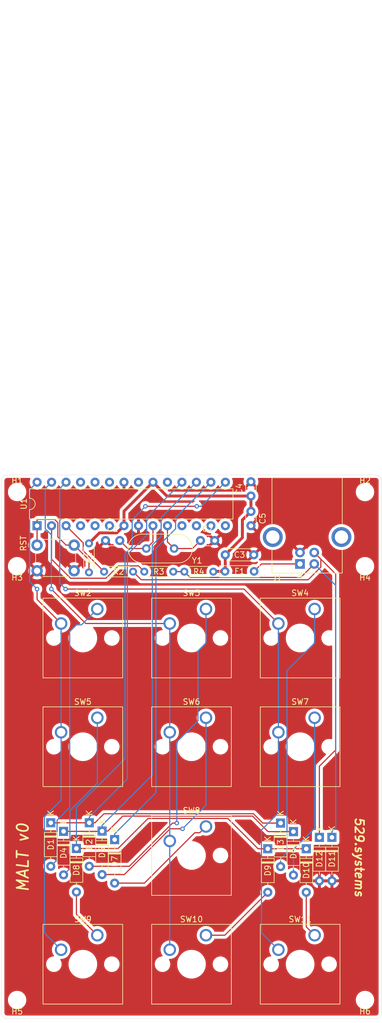
<source format=kicad_pcb>
(kicad_pcb (version 20171130) (host pcbnew "(5.1.2)-2")
  (layers (0 F.Cu signal) (31 B.Cu signal) (34 B.Paste user) (35 F.Paste user) (36 B.SilkS user) (37 F.SilkS user) (38 B.Mask user) (39 F.Mask user) (44 Edge.Cuts user))
  (net 0 "")
  (net 1 XTAL1)
  (net 2 GND)
  (net 3 XTAL2)
  (net 4 +5V)
  (net 5 "Net-(D1-Pad2)")
  (net 6 ROW1)
  (net 7 "Net-(D2-Pad2)")
  (net 8 "Net-(D3-Pad2)")
  (net 9 ROW2)
  (net 10 "Net-(D4-Pad2)")
  (net 11 "Net-(D5-Pad2)")
  (net 12 "Net-(D6-Pad2)")
  (net 13 ROW3)
  (net 14 "Net-(D7-Pad2)")
  (net 15 "Net-(D8-Pad2)")
  (net 16 ROW4)
  (net 17 "Net-(D9-Pad2)")
  (net 18 "Net-(D10-Pad2)")
  (net 19 "Net-(D11-Pad1)")
  (net 20 "Net-(D12-Pad1)")
  (net 21 "Net-(F1-Pad2)")
  (net 22 "Net-(J1-Pad5)")
  (net 23 RESET)
  (net 24 USB_D+)
  (net 25 USB_D-)
  (net 26 COL1)
  (net 27 COL2)
  (net 28 COL3)
  (net 29 "Net-(U1-Pad4)")
  (net 30 "Net-(U1-Pad5)")
  (net 31 "Net-(U1-Pad19)")
  (net 32 "Net-(U1-Pad6)")
  (net 33 "Net-(U1-Pad21)")
  (net 34 "Net-(U1-Pad23)")
  (net 35 "Net-(U1-Pad24)")
  (net 36 "Net-(U1-Pad11)")
  (net 37 "Net-(U1-Pad25)")
  (net 38 "Net-(U1-Pad12)")
  (net 39 "Net-(U1-Pad13)")
  (net 40 "Net-(U1-Pad14)")
  (module Capacitor_THT:C_Disc_D3.0mm_W1.6mm_P2.50mm (layer F.Cu) (at 53.5 51.5)
    (fp_text reference C1 (at 1.25 -2.05) (layer F.SilkS))
    (fp_text value 20p)
    (pad 2 thru_hole circle (at 2.5 0) (size 1.6 1.6) (drill 0.8) (layers *.Cu *.Mask) (net 1 XTAL1))
    (pad 1 thru_hole circle (at 0 0) (size 1.6 1.6) (drill 0.8) (layers *.Cu *.Mask) (net 2 GND))
  )
  (module Capacitor_THT:C_Disc_D3.0mm_W1.6mm_P2.50mm (layer F.Cu) (at 70.15 51.5)
    (fp_text reference C2 (at 1.25 -2.05) (layer F.SilkS))
    (fp_text value 20p)
    (pad 1 thru_hole circle (at 0 0) (size 1.6 1.6) (drill 0.8) (layers *.Cu *.Mask) (net 3 XTAL2))
    (pad 2 thru_hole circle (at 2.5 0) (size 1.6 1.6) (drill 0.8) (layers *.Cu *.Mask) (net 2 GND))
  )
  (module Capacitor_THT:C_Disc_D4.3mm_W1.9mm_P5.00mm (layer F.Cu) (at 74.5 54)
    (fp_text reference C3 (at 2.5 0) (layer F.SilkS))
    (fp_text value 4.7u)
    (pad 1 thru_hole circle (at 0 0) (size 1.6 1.6) (drill 0.8) (layers *.Cu *.Mask) (net 4 +5V))
    (pad 2 thru_hole circle (at 5 0) (size 1.6 1.6) (drill 0.8) (layers *.Cu *.Mask) (net 2 GND))
  )
  (module Capacitor_THT:C_Disc_D3.0mm_W1.6mm_P2.50mm (layer F.Cu) (at 79 43.7 90)
    (fp_text reference C4 (at 1.25 -2.05 90) (layer F.SilkS))
    (fp_text value 0.1u)
    (pad 1 thru_hole circle (at 0 0 90) (size 1.6 1.6) (drill 0.8) (layers *.Cu *.Mask) (net 4 +5V))
    (pad 2 thru_hole circle (at 2.5 0 90) (size 1.6 1.6) (drill 0.8) (layers *.Cu *.Mask) (net 2 GND))
  )
  (module Capacitor_THT:C_Disc_D3.0mm_W1.6mm_P2.50mm (layer F.Cu) (at 79 46.4 270)
    (fp_text reference C5 (at 1.25 -2.05 90) (layer F.SilkS))
    (fp_text value 0.1u)
    (pad 2 thru_hole circle (at 2.5 0 270) (size 1.6 1.6) (drill 0.8) (layers *.Cu *.Mask) (net 2 GND))
    (pad 1 thru_hole circle (at 0 0 270) (size 1.6 1.6) (drill 0.8) (layers *.Cu *.Mask) (net 4 +5V))
  )
  (module Diode_THT:D_DO-35_SOD27_P7.62mm_Horizontal (layer F.Cu) (at 43.9 100.95 270)
    (fp_text reference D1 (at 3.81 0 90) (layer F.SilkS))
    (fp_text value 1N4148)
    (fp_text user K (at -1.75 0 90) (layer F.SilkS))
    (pad 2 thru_hole oval (at 7.62 0 270) (size 1.6 1.6) (drill 0.8) (layers *.Cu *.Mask) (net 5 "Net-(D1-Pad2)"))
    (pad 1 thru_hole rect (at 0 0 270) (size 1.6 1.6) (drill 0.8) (layers *.Cu *.Mask) (net 6 ROW1))
  )
  (module Diode_THT:D_DO-35_SOD27_P7.62mm_Horizontal (layer F.Cu) (at 50.65 100.95 270)
    (fp_text reference D2 (at 3.81 0 90) (layer F.SilkS))
    (fp_text value 1N4148)
    (fp_text user K (at -1.75 0 90) (layer F.SilkS))
    (pad 1 thru_hole rect (at 0 0 270) (size 1.6 1.6) (drill 0.8) (layers *.Cu *.Mask) (net 6 ROW1))
    (pad 2 thru_hole oval (at 7.62 0 270) (size 1.6 1.6) (drill 0.8) (layers *.Cu *.Mask) (net 7 "Net-(D2-Pad2)"))
  )
  (module Diode_THT:D_DO-35_SOD27_P7.62mm_Horizontal (layer F.Cu) (at 84.2 101 270)
    (fp_text reference D3 (at 3.81 0 90) (layer F.SilkS))
    (fp_text value 1N4148)
    (fp_text user K (at -1.75 0 90) (layer F.SilkS))
    (pad 2 thru_hole oval (at 7.62 0 270) (size 1.6 1.6) (drill 0.8) (layers *.Cu *.Mask) (net 8 "Net-(D3-Pad2)"))
    (pad 1 thru_hole rect (at 0 0 270) (size 1.6 1.6) (drill 0.8) (layers *.Cu *.Mask) (net 6 ROW1))
  )
  (module Diode_THT:D_DO-35_SOD27_P7.62mm_Horizontal (layer F.Cu) (at 46.15 102.45 270)
    (fp_text reference D4 (at 3.81 0 90) (layer F.SilkS))
    (fp_text value 1N4148)
    (fp_text user K (at -1.75 0 90) (layer F.SilkS))
    (pad 1 thru_hole rect (at 0 0 270) (size 1.6 1.6) (drill 0.8) (layers *.Cu *.Mask) (net 9 ROW2))
    (pad 2 thru_hole oval (at 7.62 0 270) (size 1.6 1.6) (drill 0.8) (layers *.Cu *.Mask) (net 10 "Net-(D4-Pad2)"))
  )
  (module Diode_THT:D_DO-35_SOD27_P7.62mm_Horizontal (layer F.Cu) (at 52.9 102.4 270)
    (fp_text reference D5 (at 3.75 0 90) (layer F.SilkS))
    (fp_text value 1N4148)
    (fp_text user K (at -1.75 0 90) (layer F.SilkS))
    (pad 2 thru_hole oval (at 7.62 0 270) (size 1.6 1.6) (drill 0.8) (layers *.Cu *.Mask) (net 11 "Net-(D5-Pad2)"))
    (pad 1 thru_hole rect (at 0 0 270) (size 1.6 1.6) (drill 0.8) (layers *.Cu *.Mask) (net 9 ROW2))
  )
  (module Diode_THT:D_DO-35_SOD27_P7.62mm_Horizontal (layer F.Cu) (at 86.45 102.5 270)
    (fp_text reference D6 (at 3.81 0 90) (layer F.SilkS))
    (fp_text value 1N4148)
    (fp_text user K (at -1.75 0 90) (layer F.SilkS))
    (pad 1 thru_hole rect (at 0 0 270) (size 1.6 1.6) (drill 0.8) (layers *.Cu *.Mask) (net 9 ROW2))
    (pad 2 thru_hole oval (at 7.62 0 270) (size 1.6 1.6) (drill 0.8) (layers *.Cu *.Mask) (net 12 "Net-(D6-Pad2)"))
  )
  (module Diode_THT:D_DO-35_SOD27_P7.62mm_Horizontal (layer F.Cu) (at 55.1 103.9 270)
    (fp_text reference D7 (at 3.81 0 90) (layer F.SilkS))
    (fp_text value 1N4148)
    (fp_text user K (at -1.75 0 90) (layer F.SilkS))
    (pad 1 thru_hole rect (at 0 0 270) (size 1.6 1.6) (drill 0.8) (layers *.Cu *.Mask) (net 13 ROW3))
    (pad 2 thru_hole oval (at 7.62 0 270) (size 1.6 1.6) (drill 0.8) (layers *.Cu *.Mask) (net 14 "Net-(D7-Pad2)"))
  )
  (module Diode_THT:D_DO-35_SOD27_P7.62mm_Horizontal (layer F.Cu) (at 48.4 105.45 270)
    (fp_text reference D8 (at 3.81 0 90) (layer F.SilkS))
    (fp_text value 1N4148)
    (fp_text user K (at -1.75 0 90) (layer F.SilkS))
    (pad 2 thru_hole oval (at 7.62 0 270) (size 1.6 1.6) (drill 0.8) (layers *.Cu *.Mask) (net 15 "Net-(D8-Pad2)"))
    (pad 1 thru_hole rect (at 0 0 270) (size 1.6 1.6) (drill 0.8) (layers *.Cu *.Mask) (net 16 ROW4))
  )
  (module Diode_THT:D_DO-35_SOD27_P7.62mm_Horizontal (layer F.Cu) (at 81.95 105.5 270)
    (fp_text reference D9 (at 3.81 0 90) (layer F.SilkS))
    (fp_text value 1N4148)
    (fp_text user K (at -1.75 0 90) (layer F.SilkS))
    (pad 1 thru_hole rect (at 0 0 270) (size 1.6 1.6) (drill 0.8) (layers *.Cu *.Mask) (net 16 ROW4))
    (pad 2 thru_hole oval (at 7.62 0 270) (size 1.6 1.6) (drill 0.8) (layers *.Cu *.Mask) (net 17 "Net-(D9-Pad2)"))
  )
  (module Diode_THT:D_DO-35_SOD27_P7.62mm_Horizontal (layer F.Cu) (at 88.7 105.5 270)
    (fp_text reference D10 (at 3.81 0 90) (layer F.SilkS))
    (fp_text value 1N4148)
    (fp_text user K (at -1.75 0 90) (layer F.SilkS))
    (pad 2 thru_hole oval (at 7.62 0 270) (size 1.6 1.6) (drill 0.8) (layers *.Cu *.Mask) (net 18 "Net-(D10-Pad2)"))
    (pad 1 thru_hole rect (at 0 0 270) (size 1.6 1.6) (drill 0.8) (layers *.Cu *.Mask) (net 16 ROW4))
  )
  (module Diode_THT:D_DO-35_SOD27_P7.62mm_Horizontal (layer F.Cu) (at 93.2 103.5 270)
    (fp_text reference D11 (at 3.81 0 90) (layer F.SilkS))
    (fp_text value 3.6V)
    (fp_text user K (at -1.55 0 90) (layer F.SilkS))
    (pad 2 thru_hole oval (at 7.62 0 270) (size 1.6 1.6) (drill 0.8) (layers *.Cu *.Mask) (net 2 GND))
    (pad 1 thru_hole rect (at 0 0 270) (size 1.6 1.6) (drill 0.8) (layers *.Cu *.Mask) (net 19 "Net-(D11-Pad1)"))
  )
  (module Diode_THT:D_DO-35_SOD27_P7.62mm_Horizontal (layer F.Cu) (at 91 103.5 270)
    (fp_text reference D12 (at 3.81 0 90) (layer F.SilkS))
    (fp_text value 3.6V)
    (fp_text user K (at -1.55 0 270) (layer F.SilkS))
    (pad 1 thru_hole rect (at 0 0 270) (size 1.6 1.6) (drill 0.8) (layers *.Cu *.Mask) (net 20 "Net-(D12-Pad1)"))
    (pad 2 thru_hole oval (at 7.62 0 270) (size 1.6 1.6) (drill 0.8) (layers *.Cu *.Mask) (net 2 GND))
  )
  (module keyboard_parts:Polyfuse_5.1mm (layer F.Cu) (at 77 56.9)
    (fp_text reference F1 (at 0 0) (layer F.SilkS))
    (fp_text value Polyfuse_Small)
    (pad 1 thru_hole circle (at -2.55 0) (size 1.524 1.524) (drill 0.762) (layers *.Cu *.Mask) (net 4 +5V))
    (pad 2 thru_hole circle (at 2.55 0) (size 1.524 1.524) (drill 0.762) (layers *.Cu *.Mask) (net 21 "Net-(F1-Pad2)"))
  )
  (module Connector_USB:USB_B_OST_USB-B1HSxx_Horizontal (layer F.Cu) (at 87.6 55.6 90)
    (fp_text reference J1 (at -2.5 -4 180) (layer F.SilkS))
    (fp_text value USB_B)
    (pad 1 thru_hole rect (at 0 0 90) (size 1.7 1.7) (drill 0.92) (layers *.Cu *.Mask) (net 21 "Net-(F1-Pad2)"))
    (pad 2 thru_hole circle (at 0 2.5 90) (size 1.7 1.7) (drill 0.92) (layers *.Cu *.Mask) (net 19 "Net-(D11-Pad1)"))
    (pad 3 thru_hole circle (at 2 2.5 90) (size 1.7 1.7) (drill 0.92) (layers *.Cu *.Mask) (net 20 "Net-(D12-Pad1)"))
    (pad 4 thru_hole circle (at 2 0 90) (size 1.7 1.7) (drill 0.92) (layers *.Cu *.Mask) (net 2 GND))
    (pad 5 thru_hole circle (at 4.71 -4.77 90) (size 3.5 3.5) (drill 2.33) (layers *.Cu *.Mask) (net 22 "Net-(J1-Pad5)"))
    (pad 5 thru_hole circle (at 4.71 7.27 90) (size 3.5 3.5) (drill 2.33) (layers *.Cu *.Mask) (net 22 "Net-(J1-Pad5)"))
  )
  (module Resistor_THT:R_Axial_DIN0204_L3.6mm_D1.6mm_P5.08mm_Horizontal (layer F.Cu) (at 50.6 52 270)
    (fp_text reference R1 (at 2.54 0 90) (layer F.SilkS))
    (fp_text value 10k)
    (pad 2 thru_hole oval (at 5.08 0 270) (size 1.4 1.4) (drill 0.7) (layers *.Cu *.Mask) (net 23 RESET))
    (pad 1 thru_hole circle (at 0 0 270) (size 1.4 1.4) (drill 0.7) (layers *.Cu *.Mask) (net 4 +5V))
  )
  (module Resistor_THT:R_Axial_DIN0204_L3.6mm_D1.6mm_P5.08mm_Horizontal (layer F.Cu) (at 53.25 56.95)
    (fp_text reference R2 (at 2.54 0) (layer F.SilkS))
    (fp_text value 75)
    (pad 2 thru_hole oval (at 5.08 0) (size 1.4 1.4) (drill 0.7) (layers *.Cu *.Mask) (net 20 "Net-(D12-Pad1)"))
    (pad 1 thru_hole circle (at 0 0) (size 1.4 1.4) (drill 0.7) (layers *.Cu *.Mask) (net 24 USB_D+))
  )
  (module Resistor_THT:R_Axial_DIN0204_L3.6mm_D1.6mm_P5.08mm_Horizontal (layer F.Cu) (at 60.3 56.95)
    (fp_text reference R3 (at 2.55 0) (layer F.SilkS))
    (fp_text value 75)
    (pad 1 thru_hole circle (at 0 0) (size 1.4 1.4) (drill 0.7) (layers *.Cu *.Mask) (net 25 USB_D-))
    (pad 2 thru_hole oval (at 5.08 0) (size 1.4 1.4) (drill 0.7) (layers *.Cu *.Mask) (net 19 "Net-(D11-Pad1)"))
  )
  (module Resistor_THT:R_Axial_DIN0204_L3.6mm_D1.6mm_P5.08mm_Horizontal (layer F.Cu) (at 72.4 56.95 180)
    (fp_text reference R4 (at 2.54 0 180) (layer F.SilkS))
    (fp_text value 1.5k)
    (pad 1 thru_hole circle (at 0 0 180) (size 1.4 1.4) (drill 0.7) (layers *.Cu *.Mask) (net 4 +5V))
    (pad 2 thru_hole oval (at 5.08 0 180) (size 1.4 1.4) (drill 0.7) (layers *.Cu *.Mask) (net 19 "Net-(D11-Pad1)"))
  )
  (module Button_Switch_THT:SW_PUSH_6mm (layer F.Cu) (at 41.5 52.3)
    (fp_text reference RST (at -2.4 -0.3 -90) (layer F.SilkS))
    (fp_text value RESET)
    (pad 2 thru_hole circle (at 0 4.5 90) (size 2 2) (drill 1.1) (layers *.Cu *.Mask) (net 2 GND))
    (pad 1 thru_hole circle (at 0 0 90) (size 2 2) (drill 1.1) (layers *.Cu *.Mask) (net 23 RESET))
    (pad 2 thru_hole circle (at 6.5 4.5 90) (size 2 2) (drill 1.1) (layers *.Cu *.Mask) (net 2 GND))
    (pad 1 thru_hole circle (at 6.5 0 90) (size 2 2) (drill 1.1) (layers *.Cu *.Mask) (net 23 RESET))
  )
  (module Package_DIP:DIP-28_W7.62mm (layer F.Cu) (at 41.5 48.9 90)
    (fp_text reference U1 (at 3.81 -2.33 90) (layer F.SilkS))
    (fp_text value ATmega328P-PU)
    (pad 1 thru_hole rect (at 0 0 90) (size 1.6 1.6) (drill 0.8) (layers *.Cu *.Mask) (net 23 RESET))
    (pad 15 thru_hole oval (at 7.62 33.02 90) (size 1.6 1.6) (drill 0.8) (layers *.Cu *.Mask) (net 16 ROW4))
    (pad 2 thru_hole oval (at 0 2.54 90) (size 1.6 1.6) (drill 0.8) (layers *.Cu *.Mask) (net 25 USB_D-))
    (pad 16 thru_hole oval (at 7.62 30.48 90) (size 1.6 1.6) (drill 0.8) (layers *.Cu *.Mask) (net 13 ROW3))
    (pad 3 thru_hole oval (at 0 5.08 90) (size 1.6 1.6) (drill 0.8) (layers *.Cu *.Mask) (net 24 USB_D+))
    (pad 17 thru_hole oval (at 7.62 27.94 90) (size 1.6 1.6) (drill 0.8) (layers *.Cu *.Mask) (net 9 ROW2))
    (pad 4 thru_hole oval (at 0 7.62 90) (size 1.6 1.6) (drill 0.8) (layers *.Cu *.Mask) (net 29 "Net-(U1-Pad4)"))
    (pad 18 thru_hole oval (at 7.62 25.4 90) (size 1.6 1.6) (drill 0.8) (layers *.Cu *.Mask) (net 6 ROW1))
    (pad 5 thru_hole oval (at 0 10.16 90) (size 1.6 1.6) (drill 0.8) (layers *.Cu *.Mask) (net 30 "Net-(U1-Pad5)"))
    (pad 19 thru_hole oval (at 7.62 22.86 90) (size 1.6 1.6) (drill 0.8) (layers *.Cu *.Mask) (net 31 "Net-(U1-Pad19)"))
    (pad 6 thru_hole oval (at 0 12.7 90) (size 1.6 1.6) (drill 0.8) (layers *.Cu *.Mask) (net 32 "Net-(U1-Pad6)"))
    (pad 20 thru_hole oval (at 7.62 20.32 90) (size 1.6 1.6) (drill 0.8) (layers *.Cu *.Mask) (net 4 +5V))
    (pad 7 thru_hole oval (at 0 15.24 90) (size 1.6 1.6) (drill 0.8) (layers *.Cu *.Mask) (net 4 +5V))
    (pad 21 thru_hole oval (at 7.62 17.78 90) (size 1.6 1.6) (drill 0.8) (layers *.Cu *.Mask) (net 33 "Net-(U1-Pad21)"))
    (pad 8 thru_hole oval (at 0 17.78 90) (size 1.6 1.6) (drill 0.8) (layers *.Cu *.Mask) (net 2 GND))
    (pad 22 thru_hole oval (at 7.62 15.24 90) (size 1.6 1.6) (drill 0.8) (layers *.Cu *.Mask) (net 2 GND))
    (pad 9 thru_hole oval (at 0 20.32 90) (size 1.6 1.6) (drill 0.8) (layers *.Cu *.Mask) (net 1 XTAL1))
    (pad 23 thru_hole oval (at 7.62 12.7 90) (size 1.6 1.6) (drill 0.8) (layers *.Cu *.Mask) (net 34 "Net-(U1-Pad23)"))
    (pad 10 thru_hole oval (at 0 22.86 90) (size 1.6 1.6) (drill 0.8) (layers *.Cu *.Mask) (net 3 XTAL2))
    (pad 24 thru_hole oval (at 7.62 10.16 90) (size 1.6 1.6) (drill 0.8) (layers *.Cu *.Mask) (net 35 "Net-(U1-Pad24)"))
    (pad 11 thru_hole oval (at 0 25.4 90) (size 1.6 1.6) (drill 0.8) (layers *.Cu *.Mask) (net 36 "Net-(U1-Pad11)"))
    (pad 25 thru_hole oval (at 7.62 7.62 90) (size 1.6 1.6) (drill 0.8) (layers *.Cu *.Mask) (net 37 "Net-(U1-Pad25)"))
    (pad 12 thru_hole oval (at 0 27.94 90) (size 1.6 1.6) (drill 0.8) (layers *.Cu *.Mask) (net 38 "Net-(U1-Pad12)"))
    (pad 26 thru_hole oval (at 7.62 5.08 90) (size 1.6 1.6) (drill 0.8) (layers *.Cu *.Mask) (net 28 COL3))
    (pad 13 thru_hole oval (at 0 30.48 90) (size 1.6 1.6) (drill 0.8) (layers *.Cu *.Mask) (net 39 "Net-(U1-Pad13)"))
    (pad 27 thru_hole oval (at 7.62 2.54 90) (size 1.6 1.6) (drill 0.8) (layers *.Cu *.Mask) (net 27 COL2))
    (pad 14 thru_hole oval (at 0 33.02 90) (size 1.6 1.6) (drill 0.8) (layers *.Cu *.Mask) (net 40 "Net-(U1-Pad14)"))
    (pad 28 thru_hole oval (at 7.62 0 90) (size 1.6 1.6) (drill 0.8) (layers *.Cu *.Mask) (net 26 COL1))
  )
  (module Crystal:Crystal_HC49-U_Vertical (layer F.Cu) (at 60.65 52.9)
    (fp_text reference Y1 (at 8.9 2.1) (layer F.SilkS))
    (fp_text value 16MHz)
    (pad 1 thru_hole circle (at 0 0) (size 1.5 1.5) (drill 0.8) (layers *.Cu *.Mask) (net 1 XTAL1))
    (pad 2 thru_hole circle (at 4.88 0) (size 1.5 1.5) (drill 0.8) (layers *.Cu *.Mask) (net 3 XTAL2))
  )
  (module keyboard_parts:SW_Cherry_MX_1.00u_PCB_Aligned (layer F.Cu) (at 40 59.05)
    (fp_text reference SW2 (at 9.525 1.651) (layer F.SilkS))
    (fp_text value NAV1)
    (pad 1 thru_hole circle (at 12.065 4.445) (size 2.2 2.2) (drill 1.5) (layers *.Cu *.Mask) (net 5 "Net-(D1-Pad2)"))
    (pad 2 thru_hole circle (at 5.715 6.985) (size 2.2 2.2) (drill 1.5) (layers *.Cu *.Mask) (net 26 COL1))
    (pad "" np_thru_hole circle (at 9.525 9.525) (size 4 4) (drill 4) (layers *.Cu *.Mask))
    (pad "" np_thru_hole circle (at 4.445 9.525) (size 1.7 1.7) (drill 1.7) (layers *.Cu *.Mask))
    (pad "" np_thru_hole circle (at 14.605 9.525) (size 1.7 1.7) (drill 1.7) (layers *.Cu *.Mask))
  )
  (module keyboard_parts:SW_Cherry_MX_1.00u_PCB_Aligned (layer F.Cu) (at 59.05 59.05)
    (fp_text reference SW3 (at 9.525 1.651) (layer F.SilkS))
    (fp_text value NAV2)
    (pad "" np_thru_hole circle (at 14.605 9.525) (size 1.7 1.7) (drill 1.7) (layers *.Cu *.Mask))
    (pad "" np_thru_hole circle (at 4.445 9.525) (size 1.7 1.7) (drill 1.7) (layers *.Cu *.Mask))
    (pad "" np_thru_hole circle (at 9.525 9.525) (size 4 4) (drill 4) (layers *.Cu *.Mask))
    (pad 2 thru_hole circle (at 5.715 6.985) (size 2.2 2.2) (drill 1.5) (layers *.Cu *.Mask) (net 27 COL2))
    (pad 1 thru_hole circle (at 12.065 4.445) (size 2.2 2.2) (drill 1.5) (layers *.Cu *.Mask) (net 7 "Net-(D2-Pad2)"))
  )
  (module keyboard_parts:SW_Cherry_MX_1.00u_PCB_Aligned (layer F.Cu) (at 78.1 59.05)
    (fp_text reference SW4 (at 9.525 1.651) (layer F.SilkS))
    (fp_text value NAV3)
    (pad 1 thru_hole circle (at 12.065 4.445) (size 2.2 2.2) (drill 1.5) (layers *.Cu *.Mask) (net 8 "Net-(D3-Pad2)"))
    (pad 2 thru_hole circle (at 5.715 6.985) (size 2.2 2.2) (drill 1.5) (layers *.Cu *.Mask) (net 28 COL3))
    (pad "" np_thru_hole circle (at 9.525 9.525) (size 4 4) (drill 4) (layers *.Cu *.Mask))
    (pad "" np_thru_hole circle (at 4.445 9.525) (size 1.7 1.7) (drill 1.7) (layers *.Cu *.Mask))
    (pad "" np_thru_hole circle (at 14.605 9.525) (size 1.7 1.7) (drill 1.7) (layers *.Cu *.Mask))
  )
  (module keyboard_parts:SW_Cherry_MX_1.00u_PCB_Aligned (layer F.Cu) (at 40 78.1)
    (fp_text reference SW5 (at 9.525 1.651) (layer F.SilkS))
    (fp_text value NAV4)
    (pad "" np_thru_hole circle (at 14.605 9.525) (size 1.7 1.7) (drill 1.7) (layers *.Cu *.Mask))
    (pad "" np_thru_hole circle (at 4.445 9.525) (size 1.7 1.7) (drill 1.7) (layers *.Cu *.Mask))
    (pad "" np_thru_hole circle (at 9.525 9.525) (size 4 4) (drill 4) (layers *.Cu *.Mask))
    (pad 2 thru_hole circle (at 5.715 6.985) (size 2.2 2.2) (drill 1.5) (layers *.Cu *.Mask) (net 26 COL1))
    (pad 1 thru_hole circle (at 12.065 4.445) (size 2.2 2.2) (drill 1.5) (layers *.Cu *.Mask) (net 10 "Net-(D4-Pad2)"))
  )
  (module keyboard_parts:SW_Cherry_MX_1.00u_PCB_Aligned (layer F.Cu) (at 59.05 78.1)
    (fp_text reference SW6 (at 9.525 1.651) (layer F.SilkS))
    (fp_text value NAV5)
    (pad 1 thru_hole circle (at 12.065 4.445) (size 2.2 2.2) (drill 1.5) (layers *.Cu *.Mask) (net 11 "Net-(D5-Pad2)"))
    (pad 2 thru_hole circle (at 5.715 6.985) (size 2.2 2.2) (drill 1.5) (layers *.Cu *.Mask) (net 27 COL2))
    (pad "" np_thru_hole circle (at 9.525 9.525) (size 4 4) (drill 4) (layers *.Cu *.Mask))
    (pad "" np_thru_hole circle (at 4.445 9.525) (size 1.7 1.7) (drill 1.7) (layers *.Cu *.Mask))
    (pad "" np_thru_hole circle (at 14.605 9.525) (size 1.7 1.7) (drill 1.7) (layers *.Cu *.Mask))
  )
  (module keyboard_parts:SW_Cherry_MX_1.00u_PCB_Aligned (layer F.Cu) (at 78.1 78.1)
    (fp_text reference SW7 (at 9.525 1.651) (layer F.SilkS))
    (fp_text value NAV6)
    (pad "" np_thru_hole circle (at 14.605 9.525) (size 1.7 1.7) (drill 1.7) (layers *.Cu *.Mask))
    (pad "" np_thru_hole circle (at 4.445 9.525) (size 1.7 1.7) (drill 1.7) (layers *.Cu *.Mask))
    (pad "" np_thru_hole circle (at 9.525 9.525) (size 4 4) (drill 4) (layers *.Cu *.Mask))
    (pad 2 thru_hole circle (at 5.715 6.985) (size 2.2 2.2) (drill 1.5) (layers *.Cu *.Mask) (net 28 COL3))
    (pad 1 thru_hole circle (at 12.065 4.445) (size 2.2 2.2) (drill 1.5) (layers *.Cu *.Mask) (net 12 "Net-(D6-Pad2)"))
  )
  (module keyboard_parts:SW_Cherry_MX_1.00u_PCB_Aligned (layer F.Cu) (at 59.05 97.15)
    (fp_text reference SW8 (at 9.525 1.651) (layer F.SilkS))
    (fp_text value UP)
    (pad 1 thru_hole circle (at 12.065 4.445) (size 2.2 2.2) (drill 1.5) (layers *.Cu *.Mask) (net 14 "Net-(D7-Pad2)"))
    (pad 2 thru_hole circle (at 5.715 6.985) (size 2.2 2.2) (drill 1.5) (layers *.Cu *.Mask) (net 27 COL2))
    (pad "" np_thru_hole circle (at 9.525 9.525) (size 4 4) (drill 4) (layers *.Cu *.Mask))
    (pad "" np_thru_hole circle (at 4.445 9.525) (size 1.7 1.7) (drill 1.7) (layers *.Cu *.Mask))
    (pad "" np_thru_hole circle (at 14.605 9.525) (size 1.7 1.7) (drill 1.7) (layers *.Cu *.Mask))
  )
  (module keyboard_parts:SW_Cherry_MX_1.00u_PCB_Aligned (layer F.Cu) (at 40 116.2)
    (fp_text reference SW9 (at 9.525 1.651) (layer F.SilkS))
    (fp_text value LEFT)
    (pad "" np_thru_hole circle (at 14.605 9.525) (size 1.7 1.7) (drill 1.7) (layers *.Cu *.Mask))
    (pad "" np_thru_hole circle (at 4.445 9.525) (size 1.7 1.7) (drill 1.7) (layers *.Cu *.Mask))
    (pad "" np_thru_hole circle (at 9.525 9.525) (size 4 4) (drill 4) (layers *.Cu *.Mask))
    (pad 2 thru_hole circle (at 5.715 6.985) (size 2.2 2.2) (drill 1.5) (layers *.Cu *.Mask) (net 26 COL1))
    (pad 1 thru_hole circle (at 12.065 4.445) (size 2.2 2.2) (drill 1.5) (layers *.Cu *.Mask) (net 15 "Net-(D8-Pad2)"))
  )
  (module keyboard_parts:SW_Cherry_MX_1.00u_PCB_Aligned (layer F.Cu) (at 59.05 116.2)
    (fp_text reference SW10 (at 9.525 1.651) (layer F.SilkS))
    (fp_text value DOWN)
    (pad 1 thru_hole circle (at 12.065 4.445) (size 2.2 2.2) (drill 1.5) (layers *.Cu *.Mask) (net 17 "Net-(D9-Pad2)"))
    (pad 2 thru_hole circle (at 5.715 6.985) (size 2.2 2.2) (drill 1.5) (layers *.Cu *.Mask) (net 27 COL2))
    (pad "" np_thru_hole circle (at 9.525 9.525) (size 4 4) (drill 4) (layers *.Cu *.Mask))
    (pad "" np_thru_hole circle (at 4.445 9.525) (size 1.7 1.7) (drill 1.7) (layers *.Cu *.Mask))
    (pad "" np_thru_hole circle (at 14.605 9.525) (size 1.7 1.7) (drill 1.7) (layers *.Cu *.Mask))
  )
  (module keyboard_parts:SW_Cherry_MX_1.00u_PCB_Aligned (layer F.Cu) (at 78.1 116.2)
    (fp_text reference SW11 (at 9.525 1.651) (layer F.SilkS))
    (fp_text value RIGHT)
    (pad "" np_thru_hole circle (at 14.605 9.525) (size 1.7 1.7) (drill 1.7) (layers *.Cu *.Mask))
    (pad "" np_thru_hole circle (at 4.445 9.525) (size 1.7 1.7) (drill 1.7) (layers *.Cu *.Mask))
    (pad "" np_thru_hole circle (at 9.525 9.525) (size 4 4) (drill 4) (layers *.Cu *.Mask))
    (pad 2 thru_hole circle (at 5.715 6.985) (size 2.2 2.2) (drill 1.5) (layers *.Cu *.Mask) (net 28 COL3))
    (pad 1 thru_hole circle (at 12.065 4.445) (size 2.2 2.2) (drill 1.5) (layers *.Cu *.Mask) (net 18 "Net-(D10-Pad2)"))
  )
  (module MountingHole:MountingHole_2.2mm_M2 (layer F.Cu) (at 38 43)
    (fp_text reference H1 (at 0 -2) (layer F.SilkS))
    (fp_text value M1)
    (pad 1 np_thru_hole circle (at 0 0) (size 2.2 2.2) (drill 2.2) (layers *.Cu *.Mask))
  )
  (module MountingHole:MountingHole_2.2mm_M2 (layer F.Cu) (at 99 43)
    (fp_text reference H2 (at 0 -2) (layer F.SilkS))
    (fp_text value M2)
    (pad 1 np_thru_hole circle (at 0 0) (size 2.2 2.2) (drill 2.2) (layers *.Cu *.Mask))
  )
  (module MountingHole:MountingHole_2.2mm_M2 (layer F.Cu) (at 38 56)
    (fp_text reference H3 (at 0 2) (layer F.SilkS))
    (fp_text value M3)
    (pad 1 np_thru_hole circle (at 0 0) (size 2.2 2.2) (drill 2.2) (layers *.Cu *.Mask))
  )
  (module MountingHole:MountingHole_2.2mm_M2 (layer F.Cu) (at 99 56)
    (fp_text reference H4 (at 0 2) (layer F.SilkS))
    (fp_text value M4)
    (pad 1 np_thru_hole circle (at 0 0) (size 2.2 2.2) (drill 2.2) (layers *.Cu *.Mask))
  )
  (module MountingHole:MountingHole_2.2mm_M2 (layer F.Cu) (at 38 132)
    (fp_text reference H5 (at 0 2) (layer F.SilkS))
    (fp_text value M5)
    (pad 1 np_thru_hole circle (at 0 0) (size 2.2 2.2) (drill 2.2) (layers *.Cu *.Mask))
  )
  (module MountingHole:MountingHole_2.2mm_M2 (layer F.Cu) (at 99 132)
    (fp_text reference H6 (at 0 2) (layer F.SilkS))
    (fp_text value M6)
    (pad 1 np_thru_hole circle (at 0 0) (size 2.2 2.2) (drill 2.2) (layers *.Cu *.Mask))
  )
  (gr_text 529.systems (at 98 107 270) (layer F.SilkS) (effects (font (size 1.5 1.5) (thickness 0.3) italic)))
  (gr_text "MALT v0" (at 39 107 90) (layer F.SilkS) (effects (font (size 2 2) (thickness 0.3) italic)))
  (gr_line (start 35.2375 134.25) (end 35.2375 41) (layer Edge.Cuts) (width 0.05))
  (gr_line (start 101.9125 41) (end 101.9125 134.25) (layer Edge.Cuts) (width 0.05))
  (gr_line (start 36.2375 135.25) (end 100.9125 135.25) (layer Edge.Cuts) (width 0.05))
  (gr_line (start 36.2375 40) (end 100.9125 40) (layer Edge.Cuts) (width 0.05))
  (gr_arc (start 36.2375 134.25) (end 35.2375 134.25) (angle -90) (layer Edge.Cuts) (width 0.05))
  (gr_arc (start 100.9125 134.25) (end 100.9125 135.25) (angle -90) (layer Edge.Cuts) (width 0.05))
  (gr_arc (start 100.9125 41) (end 101.9125 41) (angle -90) (layer Edge.Cuts) (width 0.05))
  (gr_arc (start 36.2375 41) (end 36.2375 40) (angle -90) (layer Edge.Cuts) (width 0.05))
  (segment (start 61.82 51.73) (end 60.65 52.9) (width 0.2032) (layer F.Cu) (net 1))
  (segment (start 61.82 48.9) (end 61.82 51.73) (width 0.2032) (layer F.Cu) (net 1))
  (segment (start 57.4 52.9) (end 60.65 52.9) (width 0.2032) (layer F.Cu) (net 1))
  (segment (start 56 51.5) (end 57.4 52.9) (width 0.2032) (layer F.Cu) (net 1))
  (via (at 66 101) (size 0.8) (drill 0.4) (layers F.Cu B.Cu) (net 7))
  (via (at 67 102) (size 0.8) (drill 0.4) (layers F.Cu B.Cu) (net 11))
  (via (at 41.5 60) (size 0.8) (drill 0.4) (layers F.Cu B.Cu) (net 26))
  (via (at 44 60) (size 0.8) (drill 0.4) (layers F.Cu B.Cu) (net 27))
  (via (at 46.5 60) (size 0.8) (drill 0.4) (layers F.Cu B.Cu) (net 28))
  (segment (start 64.36 51.73) (end 65.53 52.9) (width 0.2032) (layer F.Cu) (net 3))
  (segment (start 64.36 48.9) (end 64.36 51.73) (width 0.2032) (layer F.Cu) (net 3))
  (segment (start 68.75 52.9) (end 70.15 51.5) (width 0.2032) (layer F.Cu) (net 3))
  (segment (start 65.53 52.9) (end 68.75 52.9) (width 0.2032) (layer F.Cu) (net 3))
  (segment (start 75 56.85) (end 74.95 56.9) (width 0.508) (layer F.Cu) (net 4))
  (segment (start 79 43.7) (end 79 46.4) (width 0.508) (layer F.Cu) (net 4))
  (segment (start 64.24 43.7) (end 79 43.7) (width 0.508) (layer F.Cu) (net 4))
  (segment (start 61.82 41.28) (end 64.24 43.7) (width 0.508) (layer F.Cu) (net 4))
  (segment (start 56.74 46.36) (end 56.74 48.9) (width 0.508) (layer F.Cu) (net 4))
  (segment (start 61.82 41.28) (end 56.74 46.36) (width 0.508) (layer F.Cu) (net 4))
  (segment (start 52.442799 50.157201) (end 50.6 52) (width 0.508) (layer F.Cu) (net 4))
  (segment (start 56.74 48.9) (end 55.482799 50.157201) (width 0.508) (layer F.Cu) (net 4))
  (segment (start 55.482799 50.157201) (end 52.442799 50.157201) (width 0.508) (layer F.Cu) (net 4))
  (segment (start 77.5 51) (end 74.5 54) (width 0.508) (layer F.Cu) (net 4))
  (segment (start 79 46.4) (end 77.5 47.9) (width 0.508) (layer F.Cu) (net 4))
  (segment (start 77.5 47.9) (end 77.5 51) (width 0.508) (layer F.Cu) (net 4))
  (segment (start 74.5 56.85) (end 74.45 56.9) (width 0.508) (layer F.Cu) (net 4))
  (segment (start 74.5 54) (end 74.5 56.85) (width 0.508) (layer F.Cu) (net 4))
  (segment (start 72.45 56.9) (end 72.4 56.95) (width 0.508) (layer F.Cu) (net 4))
  (segment (start 74.45 56.9) (end 72.45 56.9) (width 0.508) (layer F.Cu) (net 4))
  (segment (start 44.699999 107.770001) (end 43.9 108.57) (width 0.2032) (layer B.Cu) (net 5))
  (segment (start 45.004801 107.465199) (end 44.699999 107.770001) (width 0.2032) (layer B.Cu) (net 5))
  (segment (start 45.004801 100.495199) (end 45.004801 107.465199) (width 0.2032) (layer B.Cu) (net 5))
  (segment (start 47.220199 98.279801) (end 45.004801 100.495199) (width 0.2032) (layer B.Cu) (net 5))
  (segment (start 47.220199 67.468695) (end 47.220199 98.279801) (width 0.2032) (layer B.Cu) (net 5))
  (segment (start 48.418695 66.270199) (end 47.220199 67.468695) (width 0.2032) (layer B.Cu) (net 5))
  (segment (start 49.289801 66.270199) (end 48.418695 66.270199) (width 0.2032) (layer B.Cu) (net 5))
  (segment (start 52.065 63.495) (end 49.289801 66.270199) (width 0.2032) (layer B.Cu) (net 5))
  (segment (start 51.6532 100.95) (end 50.65 100.95) (width 0.2032) (layer F.Cu) (net 6))
  (segment (start 53.23461 99.36859) (end 51.6532 100.95) (width 0.2032) (layer F.Cu) (net 6))
  (segment (start 79.44334 99.36859) (end 53.23461 99.36859) (width 0.2032) (layer F.Cu) (net 6))
  (segment (start 81.07475 101) (end 79.44334 99.36859) (width 0.2032) (layer F.Cu) (net 6))
  (segment (start 84.2 101) (end 81.07475 101) (width 0.2032) (layer F.Cu) (net 6))
  (segment (start 50.65 100.95) (end 43.9 100.95) (width 0.2032) (layer F.Cu) (net 6))
  (segment (start 60.715199 47.464801) (end 66.9 41.28) (width 0.2032) (layer B.Cu) (net 6))
  (segment (start 60.715199 50.579297) (end 60.715199 47.464801) (width 0.2032) (layer B.Cu) (net 6))
  (segment (start 57.325199 53.969297) (end 60.715199 50.579297) (width 0.2032) (layer B.Cu) (net 6))
  (segment (start 57.325199 93.271601) (end 57.325199 53.969297) (width 0.2032) (layer B.Cu) (net 6))
  (segment (start 50.65 100.95) (end 50.65 99.9468) (width 0.2032) (layer B.Cu) (net 6))
  (segment (start 50.65 99.9468) (end 57.325199 93.271601) (width 0.2032) (layer B.Cu) (net 6))
  (segment (start 65.434315 101) (end 66 101) (width 0.2032) (layer F.Cu) (net 7))
  (segment (start 65.246144 101) (end 65.434315 101) (width 0.2032) (layer F.Cu) (net 7))
  (segment (start 57.676144 108.57) (end 65.246144 101) (width 0.2032) (layer F.Cu) (net 7))
  (segment (start 50.65 108.57) (end 57.676144 108.57) (width 0.2032) (layer F.Cu) (net 7))
  (segment (start 71.115 65.050634) (end 71.115 63.495) (width 0.2032) (layer B.Cu) (net 7))
  (segment (start 71.115 69.446106) (end 71.115 65.050634) (width 0.2032) (layer B.Cu) (net 7))
  (segment (start 69.710199 70.850907) (end 71.115 69.446106) (width 0.2032) (layer B.Cu) (net 7))
  (segment (start 69.710199 83.078695) (end 69.710199 70.850907) (width 0.2032) (layer B.Cu) (net 7))
  (segment (start 66 86.788894) (end 69.710199 83.078695) (width 0.2032) (layer B.Cu) (net 7))
  (segment (start 66 101) (end 66 86.788894) (width 0.2032) (layer B.Cu) (net 7))
  (segment (start 90.165 65.050634) (end 90.165 63.495) (width 0.2032) (layer B.Cu) (net 8))
  (segment (start 90.165 69.446106) (end 90.165 65.050634) (width 0.2032) (layer B.Cu) (net 8))
  (segment (start 85.320199 74.290907) (end 90.165 69.446106) (width 0.2032) (layer B.Cu) (net 8))
  (segment (start 85.320199 106.156409) (end 85.320199 74.290907) (width 0.2032) (layer B.Cu) (net 8))
  (segment (start 84.2 107.276608) (end 85.320199 106.156409) (width 0.2032) (layer B.Cu) (net 8))
  (segment (start 84.2 108.62) (end 84.2 107.276608) (width 0.2032) (layer B.Cu) (net 8))
  (segment (start 53.9032 102.4) (end 52.9 102.4) (width 0.2032) (layer F.Cu) (net 9))
  (segment (start 56.5282 99.775) (end 53.9032 102.4) (width 0.2032) (layer F.Cu) (net 9))
  (segment (start 79.275 99.775) (end 56.5282 99.775) (width 0.2032) (layer F.Cu) (net 9))
  (segment (start 82 102.5) (end 79.275 99.775) (width 0.2032) (layer F.Cu) (net 9))
  (segment (start 86.45 102.5) (end 82 102.5) (width 0.2032) (layer F.Cu) (net 9))
  (segment (start 52.85 102.45) (end 52.9 102.4) (width 0.2032) (layer F.Cu) (net 9))
  (segment (start 46.15 102.45) (end 52.85 102.45) (width 0.2032) (layer F.Cu) (net 9))
  (segment (start 61.704801 52.295199) (end 63.255199 50.744801) (width 0.2032) (layer B.Cu) (net 9))
  (segment (start 61.704801 92.591999) (end 61.704801 52.295199) (width 0.2032) (layer B.Cu) (net 9))
  (segment (start 52.9 102.4) (end 52.9 101.3968) (width 0.2032) (layer B.Cu) (net 9))
  (segment (start 52.9 101.3968) (end 61.704801 92.591999) (width 0.2032) (layer B.Cu) (net 9))
  (segment (start 63.255199 47.464801) (end 69.44 41.28) (width 0.2032) (layer B.Cu) (net 9))
  (segment (start 63.255199 50.744801) (end 63.255199 47.464801) (width 0.2032) (layer B.Cu) (net 9))
  (segment (start 52.065 84.100634) (end 52.065 82.545) (width 0.2032) (layer B.Cu) (net 10))
  (segment (start 52.065 94.00975) (end 52.065 84.100634) (width 0.2032) (layer B.Cu) (net 10))
  (segment (start 47.254801 98.819949) (end 52.065 94.00975) (width 0.2032) (layer B.Cu) (net 10))
  (segment (start 47.254801 108.965199) (end 47.254801 98.819949) (width 0.2032) (layer B.Cu) (net 10))
  (segment (start 46.15 110.07) (end 47.254801 108.965199) (width 0.2032) (layer B.Cu) (net 10))
  (segment (start 66.434315 102) (end 67 102) (width 0.2032) (layer F.Cu) (net 11))
  (segment (start 64.820894 102) (end 66.434315 102) (width 0.2032) (layer F.Cu) (net 11))
  (segment (start 56.800894 110.02) (end 64.820894 102) (width 0.2032) (layer F.Cu) (net 11))
  (segment (start 52.9 110.02) (end 56.800894 110.02) (width 0.2032) (layer F.Cu) (net 11))
  (segment (start 71.115 97.885) (end 71.115 82.545) (width 0.2032) (layer B.Cu) (net 11))
  (segment (start 67 102) (end 71.115 97.885) (width 0.2032) (layer B.Cu) (net 11))
  (segment (start 86.45 108.98863) (end 86.45 110.12) (width 0.2032) (layer B.Cu) (net 12))
  (segment (start 86.45 105.601358) (end 86.45 108.98863) (width 0.2032) (layer B.Cu) (net 12))
  (segment (start 90.165 101.886358) (end 86.45 105.601358) (width 0.2032) (layer B.Cu) (net 12))
  (segment (start 90.165 82.545) (end 90.165 101.886358) (width 0.2032) (layer B.Cu) (net 12))
  (segment (start 62.340199 52.885305) (end 65.795199 49.430305) (width 0.2032) (layer B.Cu) (net 13))
  (segment (start 62.340199 95.656601) (end 62.340199 52.885305) (width 0.2032) (layer B.Cu) (net 13))
  (segment (start 55.1 102.8968) (end 62.340199 95.656601) (width 0.2032) (layer B.Cu) (net 13))
  (segment (start 55.1 103.9) (end 55.1 102.8968) (width 0.2032) (layer B.Cu) (net 13))
  (segment (start 65.795199 47.464801) (end 71.98 41.28) (width 0.2032) (layer B.Cu) (net 13))
  (segment (start 65.795199 49.430305) (end 65.795199 47.464801) (width 0.2032) (layer B.Cu) (net 13))
  (segment (start 70.015001 102.694999) (end 71.115 101.595) (width 0.2032) (layer F.Cu) (net 14))
  (segment (start 69.143895 102.694999) (end 70.015001 102.694999) (width 0.2032) (layer F.Cu) (net 14))
  (segment (start 60.318894 111.52) (end 69.143895 102.694999) (width 0.2032) (layer F.Cu) (net 14))
  (segment (start 55.1 111.52) (end 60.318894 111.52) (width 0.2032) (layer F.Cu) (net 14))
  (segment (start 48.4 116.98) (end 52.065 120.645) (width 0.2032) (layer F.Cu) (net 15))
  (segment (start 48.4 113.07) (end 48.4 116.98) (width 0.2032) (layer F.Cu) (net 15))
  (segment (start 88.7 105.5) (end 81.95 105.5) (width 0.2032) (layer F.Cu) (net 16))
  (segment (start 81.95 105.5) (end 80.25 105.5) (width 0.2032) (layer F.Cu) (net 16))
  (segment (start 49.4032 105.45) (end 48.4 105.45) (width 0.2032) (layer F.Cu) (net 16))
  (segment (start 55.698642 105.45) (end 49.4032 105.45) (width 0.2032) (layer F.Cu) (net 16))
  (segment (start 60.958443 100.190199) (end 55.698642 105.45) (width 0.2032) (layer F.Cu) (net 16))
  (segment (start 74.940199 100.190199) (end 60.958443 100.190199) (width 0.2032) (layer F.Cu) (net 16))
  (segment (start 80.25 105.5) (end 74.940199 100.190199) (width 0.2032) (layer F.Cu) (net 16))
  (segment (start 58.175199 52.544547) (end 58.175199 48.324801) (width 0.2032) (layer B.Cu) (net 16))
  (segment (start 56.91879 53.800956) (end 58.175199 52.544547) (width 0.2032) (layer B.Cu) (net 16))
  (segment (start 56.91879 89.73071) (end 56.91879 53.800956) (width 0.2032) (layer B.Cu) (net 16))
  (segment (start 48.4 105.45) (end 48.4 98.2495) (width 0.2032) (layer B.Cu) (net 16))
  (segment (start 48.4 98.2495) (end 56.91879 89.73071) (width 0.2032) (layer B.Cu) (net 16))
  (segment (start 58.175199 48.324801) (end 58.175199 47.824801) (width 0.2032) (layer B.Cu) (net 16))
  (segment (start 58.175199 47.824801) (end 60.5 45.5) (width 0.2032) (layer B.Cu) (net 16))
  (segment (start 60.5 45.5) (end 60.5 45.5) (width 0.2032) (layer B.Cu) (net 16))
  (via (at 60.5 45.5) (size 0.8) (drill 0.4) (layers F.Cu B.Cu) (net 16))
  (segment (start 60.5 45.5) (end 69.5 45.5) (width 0.2032) (layer F.Cu) (net 16))
  (segment (start 69.5 45.5) (end 69.5 45.5) (width 0.2032) (layer F.Cu) (net 16))
  (via (at 69.5 45.5) (size 0.8) (drill 0.4) (layers F.Cu B.Cu) (net 16))
  (segment (start 70.3 45.5) (end 74.52 41.28) (width 0.2032) (layer B.Cu) (net 16))
  (segment (start 69.5 45.5) (end 70.3 45.5) (width 0.2032) (layer B.Cu) (net 16))
  (segment (start 74.425 120.645) (end 71.115 120.645) (width 0.2032) (layer F.Cu) (net 17))
  (segment (start 81.95 113.12) (end 74.425 120.645) (width 0.2032) (layer F.Cu) (net 17))
  (segment (start 88.7 119.18) (end 90.165 120.645) (width 0.2032) (layer F.Cu) (net 18))
  (segment (start 88.7 113.12) (end 88.7 119.18) (width 0.2032) (layer F.Cu) (net 18))
  (segment (start 67.32 56.95) (end 65.38 56.95) (width 0.2032) (layer F.Cu) (net 19))
  (segment (start 89.250001 56.449999) (end 90.1 55.6) (width 0.2032) (layer F.Cu) (net 19))
  (segment (start 87.733199 57.966801) (end 89.250001 56.449999) (width 0.2032) (layer F.Cu) (net 19))
  (segment (start 68.336801 57.966801) (end 87.733199 57.966801) (width 0.2032) (layer F.Cu) (net 19))
  (segment (start 67.32 56.95) (end 68.336801 57.966801) (width 0.2032) (layer F.Cu) (net 19))
  (segment (start 90.949999 56.449999) (end 90.1 55.6) (width 0.2032) (layer B.Cu) (net 19))
  (segment (start 93.859801 59.359801) (end 90.949999 56.449999) (width 0.2032) (layer B.Cu) (net 19))
  (segment (start 93.859801 101.836999) (end 93.859801 59.359801) (width 0.2032) (layer B.Cu) (net 19))
  (segment (start 93.2 102.4968) (end 93.859801 101.836999) (width 0.2032) (layer B.Cu) (net 19))
  (segment (start 93.2 103.5) (end 93.2 102.4968) (width 0.2032) (layer B.Cu) (net 19))
  (segment (start 59.029999 57.649999) (end 58.33 56.95) (width 0.2032) (layer F.Cu) (net 20))
  (segment (start 59.753211 58.373211) (end 59.029999 57.649999) (width 0.2032) (layer F.Cu) (net 20))
  (segment (start 89.035895 58.373211) (end 59.753211 58.373211) (width 0.2032) (layer F.Cu) (net 20))
  (segment (start 91.254801 56.154305) (end 89.035895 58.373211) (width 0.2032) (layer F.Cu) (net 20))
  (segment (start 91.254801 54.754801) (end 91.254801 56.154305) (width 0.2032) (layer F.Cu) (net 20))
  (segment (start 90.1 53.6) (end 91.254801 54.754801) (width 0.2032) (layer F.Cu) (net 20))
  (segment (start 90.949999 54.449999) (end 90.1 53.6) (width 0.2032) (layer F.Cu) (net 20))
  (segment (start 93.859801 57.359801) (end 90.949999 54.449999) (width 0.2032) (layer F.Cu) (net 20))
  (segment (start 93.859801 88.179305) (end 93.859801 57.359801) (width 0.2032) (layer F.Cu) (net 20))
  (segment (start 91 91.039106) (end 93.859801 88.179305) (width 0.2032) (layer F.Cu) (net 20))
  (segment (start 91 103.5) (end 91 91.039106) (width 0.2032) (layer F.Cu) (net 20))
  (segment (start 80.85 55.6) (end 79.55 56.9) (width 0.2032) (layer F.Cu) (net 21))
  (segment (start 87.6 55.6) (end 80.85 55.6) (width 0.2032) (layer F.Cu) (net 21))
  (segment (start 50.6 54.9) (end 48 52.3) (width 0.2032) (layer F.Cu) (net 23))
  (segment (start 50.6 57.08) (end 50.6 54.9) (width 0.2032) (layer F.Cu) (net 23))
  (segment (start 41.5 49.9032) (end 41.5 52.3) (width 0.2032) (layer F.Cu) (net 23))
  (segment (start 41.5 48.9) (end 41.5 49.9032) (width 0.2032) (layer F.Cu) (net 23))
  (segment (start 41.5 47.8968) (end 41.5 48.9) (width 0.2032) (layer F.Cu) (net 23))
  (segment (start 41.601601 47.795199) (end 41.5 47.8968) (width 0.2032) (layer F.Cu) (net 23))
  (segment (start 44.570305 47.795199) (end 41.601601 47.795199) (width 0.2032) (layer F.Cu) (net 23))
  (segment (start 45.144801 50.859014) (end 45.144801 48.369695) (width 0.2032) (layer F.Cu) (net 23))
  (segment (start 46.585787 52.3) (end 45.144801 50.859014) (width 0.2032) (layer F.Cu) (net 23))
  (segment (start 45.144801 48.369695) (end 44.570305 47.795199) (width 0.2032) (layer F.Cu) (net 23))
  (segment (start 48 52.3) (end 46.585787 52.3) (width 0.2032) (layer F.Cu) (net 23))
  (segment (start 47.379999 49.699999) (end 46.58 48.9) (width 0.2032) (layer F.Cu) (net 24))
  (segment (start 49.595199 51.915199) (end 47.379999 49.699999) (width 0.2032) (layer F.Cu) (net 24))
  (segment (start 49.595199 53.295199) (end 49.595199 51.915199) (width 0.2032) (layer F.Cu) (net 24))
  (segment (start 53.25 56.95) (end 49.595199 53.295199) (width 0.2032) (layer F.Cu) (net 24))
  (segment (start 44.04 50.03137) (end 44.04 48.9) (width 0.2032) (layer F.Cu) (net 25))
  (segment (start 44.04 54.771106) (end 44.04 50.03137) (width 0.2032) (layer F.Cu) (net 25))
  (segment (start 47.373695 58.104801) (end 44.04 54.771106) (width 0.2032) (layer F.Cu) (net 25))
  (segment (start 53.582305 58.104801) (end 47.373695 58.104801) (width 0.2032) (layer F.Cu) (net 25))
  (segment (start 55.741907 55.945199) (end 53.582305 58.104801) (width 0.2032) (layer F.Cu) (net 25))
  (segment (start 59.295199 55.945199) (end 55.741907 55.945199) (width 0.2032) (layer F.Cu) (net 25))
  (segment (start 60.3 56.95) (end 59.295199 55.945199) (width 0.2032) (layer F.Cu) (net 25))
  (segment (start 45.715 67.590634) (end 45.715 85.085) (width 0.2032) (layer B.Cu) (net 26))
  (segment (start 45.715 66.035) (end 45.715 67.590634) (width 0.2032) (layer B.Cu) (net 26))
  (segment (start 42.795199 120.265199) (end 45.715 123.185) (width 0.2032) (layer B.Cu) (net 26))
  (segment (start 42.795199 99.906159) (end 42.795199 120.265199) (width 0.2032) (layer B.Cu) (net 26))
  (segment (start 45.715 85.085) (end 45.715 96.986358) (width 0.2032) (layer B.Cu) (net 26))
  (segment (start 45.715 96.986358) (end 42.795199 99.906159) (width 0.2032) (layer B.Cu) (net 26))
  (segment (start 41.5 61.82) (end 45.715 66.035) (width 0.2032) (layer F.Cu) (net 26))
  (segment (start 41.5 60) (end 41.5 61.82) (width 0.2032) (layer F.Cu) (net 26))
  (segment (start 41.100001 59.600001) (end 41.5 60) (width 0.2032) (layer B.Cu) (net 26))
  (segment (start 40.195199 58.695199) (end 41.100001 59.600001) (width 0.2032) (layer B.Cu) (net 26))
  (segment (start 40.195199 42.584801) (end 40.195199 58.695199) (width 0.2032) (layer B.Cu) (net 26))
  (segment (start 41.5 41.28) (end 40.195199 42.584801) (width 0.2032) (layer B.Cu) (net 26))
  (segment (start 64.765 66.035) (end 64.765 85.085) (width 0.2032) (layer B.Cu) (net 27))
  (segment (start 64.765 86.640634) (end 64.765 104.135) (width 0.2032) (layer B.Cu) (net 27))
  (segment (start 64.765 85.085) (end 64.765 86.640634) (width 0.2032) (layer B.Cu) (net 27))
  (segment (start 64.765 104.135) (end 64.765 123.185) (width 0.2032) (layer B.Cu) (net 27))
  (segment (start 50.035 66.035) (end 64.765 66.035) (width 0.2032) (layer F.Cu) (net 27))
  (segment (start 44 60) (end 50.035 66.035) (width 0.2032) (layer F.Cu) (net 27))
  (segment (start 43.240001 42.079999) (end 44.04 41.28) (width 0.2032) (layer B.Cu) (net 27))
  (segment (start 42.935199 42.384801) (end 43.240001 42.079999) (width 0.2032) (layer B.Cu) (net 27))
  (segment (start 42.935199 49.430305) (end 42.935199 42.384801) (width 0.2032) (layer B.Cu) (net 27))
  (segment (start 44 50.495106) (end 42.935199 49.430305) (width 0.2032) (layer B.Cu) (net 27))
  (segment (start 44 60) (end 44 50.495106) (width 0.2032) (layer B.Cu) (net 27))
  (segment (start 80.845199 120.215199) (end 83.815 123.185) (width 0.2032) (layer B.Cu) (net 28))
  (segment (start 80.845199 102.206159) (end 80.845199 120.215199) (width 0.2032) (layer B.Cu) (net 28))
  (segment (start 83.815 85.085) (end 83.815 99.236358) (width 0.2032) (layer B.Cu) (net 28))
  (segment (start 83.815 99.236358) (end 80.845199 102.206159) (width 0.2032) (layer B.Cu) (net 28))
  (segment (start 83.815 67.590634) (end 83.815 85.085) (width 0.2032) (layer B.Cu) (net 28))
  (segment (start 83.815 66.035) (end 83.815 67.590634) (width 0.2032) (layer B.Cu) (net 28))
  (segment (start 77.78 60) (end 83.815 66.035) (width 0.2032) (layer F.Cu) (net 28))
  (segment (start 46.5 60) (end 77.78 60) (width 0.2032) (layer F.Cu) (net 28))
  (segment (start 46.100001 59.600001) (end 46.5 60) (width 0.2032) (layer B.Cu) (net 28))
  (segment (start 45.475199 58.975199) (end 46.100001 59.600001) (width 0.2032) (layer B.Cu) (net 28))
  (segment (start 45.475199 42.384801) (end 45.475199 58.975199) (width 0.2032) (layer B.Cu) (net 28))
  (segment (start 46.58 41.28) (end 45.475199 42.384801) (width 0.2032) (layer B.Cu) (net 28))
  (zone (net 2) (net_name GND) (layer F.Cu) (connect_pads (clearance 0.508)) (min_thickness 0.254) (fill yes (arc_segments 32) (thermal_gap 0.508) (thermal_bridge_width 0.508))
    (polygon (pts (xy 35 40) (xy 35 136) (xy 102 136) (xy 102 40)))
  )
)
</source>
